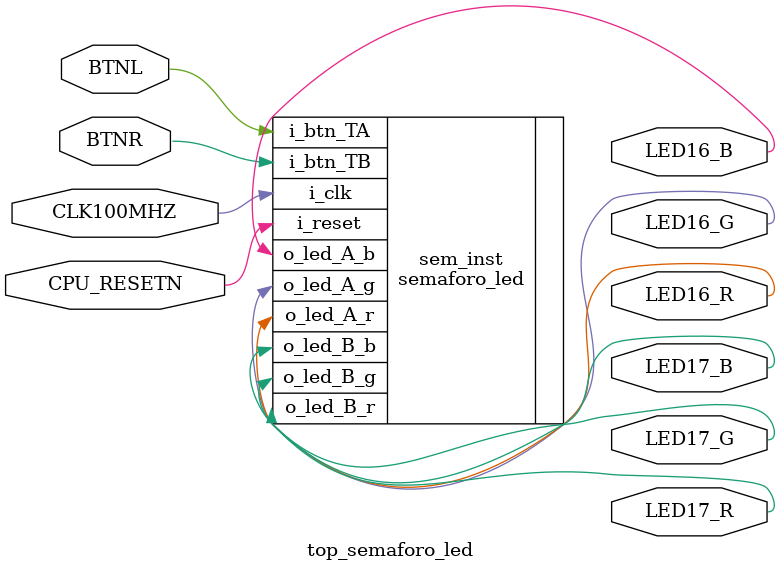
<source format=sv>
module top_semaforo_led(
        input  logic CLK100MHZ, CPU_RESETN,
        input  logic BTNL, BTNR,
        output logic LED16_B, LED16_G, LED16_R,
        output logic LED17_B, LED17_G, LED17_R
    );

    logic [1:0] color_A;
    logic [1:0] color_B;

    semaforo_led sem_inst (
        .i_clk     (CLK100MHZ),
        .i_reset   (CPU_RESETN),
        .i_btn_TA  (BTNL),
        .i_btn_TB  (BTNR),
        .o_led_A_r (LED16_R),
        .o_led_A_g (LED16_G),
        .o_led_A_b (LED16_B),
        .o_led_B_r (LED17_R),
        .o_led_B_g (LED17_G),
        .o_led_B_b (LED17_B)
    );

endmodule
</source>
